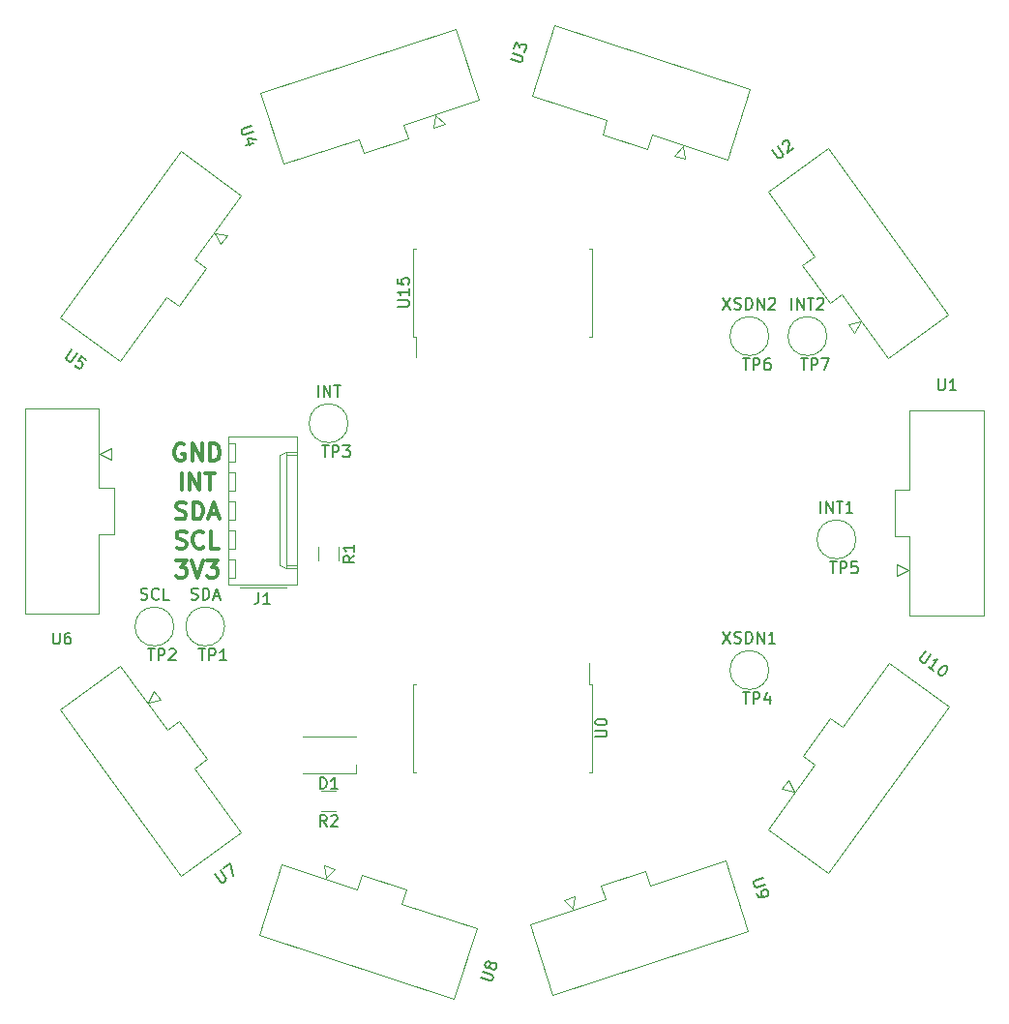
<source format=gbr>
G04 #@! TF.GenerationSoftware,KiCad,Pcbnew,5.1.6*
G04 #@! TF.CreationDate,2020-09-11T13:28:42+02:00*
G04 #@! TF.ProjectId,enigma-ToF,656e6967-6d61-42d5-946f-462e6b696361,rev?*
G04 #@! TF.SameCoordinates,Original*
G04 #@! TF.FileFunction,Legend,Top*
G04 #@! TF.FilePolarity,Positive*
%FSLAX46Y46*%
G04 Gerber Fmt 4.6, Leading zero omitted, Abs format (unit mm)*
G04 Created by KiCad (PCBNEW 5.1.6) date 2020-09-11 13:28:42*
%MOMM*%
%LPD*%
G01*
G04 APERTURE LIST*
%ADD10C,0.300000*%
%ADD11C,0.120000*%
%ADD12C,0.150000*%
G04 APERTURE END LIST*
D10*
X41955862Y-64093980D02*
X41813005Y-64022551D01*
X41598720Y-64022551D01*
X41384434Y-64093980D01*
X41241577Y-64236837D01*
X41170148Y-64379694D01*
X41098720Y-64665408D01*
X41098720Y-64879694D01*
X41170148Y-65165408D01*
X41241577Y-65308265D01*
X41384434Y-65451122D01*
X41598720Y-65522551D01*
X41741577Y-65522551D01*
X41955862Y-65451122D01*
X42027291Y-65379694D01*
X42027291Y-64879694D01*
X41741577Y-64879694D01*
X42670148Y-65522551D02*
X42670148Y-64022551D01*
X43527291Y-65522551D01*
X43527291Y-64022551D01*
X44241577Y-65522551D02*
X44241577Y-64022551D01*
X44598720Y-64022551D01*
X44813005Y-64093980D01*
X44955862Y-64236837D01*
X45027291Y-64379694D01*
X45098720Y-64665408D01*
X45098720Y-64879694D01*
X45027291Y-65165408D01*
X44955862Y-65308265D01*
X44813005Y-65451122D01*
X44598720Y-65522551D01*
X44241577Y-65522551D01*
X41741577Y-68072551D02*
X41741577Y-66572551D01*
X42455862Y-68072551D02*
X42455862Y-66572551D01*
X43313005Y-68072551D01*
X43313005Y-66572551D01*
X43813005Y-66572551D02*
X44670148Y-66572551D01*
X44241577Y-68072551D02*
X44241577Y-66572551D01*
X41277291Y-70551122D02*
X41491577Y-70622551D01*
X41848720Y-70622551D01*
X41991577Y-70551122D01*
X42063005Y-70479694D01*
X42134434Y-70336837D01*
X42134434Y-70193980D01*
X42063005Y-70051122D01*
X41991577Y-69979694D01*
X41848720Y-69908265D01*
X41563005Y-69836837D01*
X41420148Y-69765408D01*
X41348720Y-69693980D01*
X41277291Y-69551122D01*
X41277291Y-69408265D01*
X41348720Y-69265408D01*
X41420148Y-69193980D01*
X41563005Y-69122551D01*
X41920148Y-69122551D01*
X42134434Y-69193980D01*
X42777291Y-70622551D02*
X42777291Y-69122551D01*
X43134434Y-69122551D01*
X43348720Y-69193980D01*
X43491577Y-69336837D01*
X43563005Y-69479694D01*
X43634434Y-69765408D01*
X43634434Y-69979694D01*
X43563005Y-70265408D01*
X43491577Y-70408265D01*
X43348720Y-70551122D01*
X43134434Y-70622551D01*
X42777291Y-70622551D01*
X44205862Y-70193980D02*
X44920148Y-70193980D01*
X44063005Y-70622551D02*
X44563005Y-69122551D01*
X45063005Y-70622551D01*
X41313005Y-73101122D02*
X41527291Y-73172551D01*
X41884434Y-73172551D01*
X42027291Y-73101122D01*
X42098720Y-73029694D01*
X42170148Y-72886837D01*
X42170148Y-72743980D01*
X42098720Y-72601122D01*
X42027291Y-72529694D01*
X41884434Y-72458265D01*
X41598720Y-72386837D01*
X41455862Y-72315408D01*
X41384434Y-72243980D01*
X41313005Y-72101122D01*
X41313005Y-71958265D01*
X41384434Y-71815408D01*
X41455862Y-71743980D01*
X41598720Y-71672551D01*
X41955862Y-71672551D01*
X42170148Y-71743980D01*
X43670148Y-73029694D02*
X43598720Y-73101122D01*
X43384434Y-73172551D01*
X43241577Y-73172551D01*
X43027291Y-73101122D01*
X42884434Y-72958265D01*
X42813005Y-72815408D01*
X42741577Y-72529694D01*
X42741577Y-72315408D01*
X42813005Y-72029694D01*
X42884434Y-71886837D01*
X43027291Y-71743980D01*
X43241577Y-71672551D01*
X43384434Y-71672551D01*
X43598720Y-71743980D01*
X43670148Y-71815408D01*
X45027291Y-73172551D02*
X44313005Y-73172551D01*
X44313005Y-71672551D01*
X41241577Y-74222551D02*
X42170148Y-74222551D01*
X41670148Y-74793980D01*
X41884434Y-74793980D01*
X42027291Y-74865408D01*
X42098720Y-74936837D01*
X42170148Y-75079694D01*
X42170148Y-75436837D01*
X42098720Y-75579694D01*
X42027291Y-75651122D01*
X41884434Y-75722551D01*
X41455862Y-75722551D01*
X41313005Y-75651122D01*
X41241577Y-75579694D01*
X42598720Y-74222551D02*
X43098720Y-75722551D01*
X43598720Y-74222551D01*
X43955862Y-74222551D02*
X44884434Y-74222551D01*
X44384434Y-74793980D01*
X44598720Y-74793980D01*
X44741577Y-74865408D01*
X44813005Y-74936837D01*
X44884434Y-75079694D01*
X44884434Y-75436837D01*
X44813005Y-75579694D01*
X44741577Y-75651122D01*
X44598720Y-75722551D01*
X44170148Y-75722551D01*
X44027291Y-75651122D01*
X43955862Y-75579694D01*
D11*
X52360000Y-89657120D02*
X57010000Y-89657120D01*
X52360000Y-92857120D02*
X57010000Y-92857120D01*
X57010000Y-92857120D02*
X57010000Y-92057120D01*
X55212064Y-96160000D02*
X54007936Y-96160000D01*
X55212064Y-94340000D02*
X54007936Y-94340000D01*
X98220000Y-54610000D02*
G75*
G03*
X98220000Y-54610000I-1700000J0D01*
G01*
X93140000Y-54610000D02*
G75*
G03*
X93140000Y-54610000I-1700000J0D01*
G01*
X100760000Y-72390000D02*
G75*
G03*
X100760000Y-72390000I-1700000J0D01*
G01*
X93140000Y-83820000D02*
G75*
G03*
X93140000Y-83820000I-1700000J0D01*
G01*
X56310000Y-62230000D02*
G75*
G03*
X56310000Y-62230000I-1700000J0D01*
G01*
X41070000Y-80010000D02*
G75*
G03*
X41070000Y-80010000I-1700000J0D01*
G01*
X45515000Y-80010000D02*
G75*
G03*
X45515000Y-80010000I-1700000J0D01*
G01*
X62040000Y-88900000D02*
X62040000Y-92760000D01*
X62040000Y-92760000D02*
X62305000Y-92760000D01*
X62040000Y-88900000D02*
X62040000Y-85040000D01*
X62040000Y-85040000D02*
X62305000Y-85040000D01*
X77660000Y-88900000D02*
X77660000Y-92760000D01*
X77660000Y-92760000D02*
X77395000Y-92760000D01*
X77660000Y-88900000D02*
X77660000Y-85040000D01*
X77660000Y-85040000D02*
X77395000Y-85040000D01*
X77395000Y-85040000D02*
X77395000Y-83225000D01*
X94246312Y-94239866D02*
X95349222Y-94423143D01*
X94834097Y-93430849D02*
X94246312Y-94239866D01*
X95349222Y-94423143D02*
X94834097Y-93430849D01*
X97152334Y-92111502D02*
X96092522Y-91341503D01*
X97152334Y-92111502D02*
X97152334Y-92111502D01*
X93073105Y-97726080D02*
X97152334Y-92111502D01*
X98331715Y-101546684D02*
X93073105Y-97726080D01*
X108900094Y-87000558D02*
X98331715Y-101546684D01*
X103641484Y-83179954D02*
X108900094Y-87000558D01*
X99562254Y-88794532D02*
X103641484Y-83179954D01*
X98502442Y-88024533D02*
X99562254Y-88794532D01*
X98502442Y-88024533D02*
X96092522Y-91341503D01*
X77660000Y-50800000D02*
X77660000Y-46940000D01*
X77660000Y-46940000D02*
X77395000Y-46940000D01*
X77660000Y-50800000D02*
X77660000Y-54660000D01*
X77660000Y-54660000D02*
X77395000Y-54660000D01*
X62040000Y-50800000D02*
X62040000Y-46940000D01*
X62040000Y-46940000D02*
X62305000Y-46940000D01*
X62040000Y-50800000D02*
X62040000Y-54660000D01*
X62040000Y-54660000D02*
X62305000Y-54660000D01*
X62305000Y-54660000D02*
X62305000Y-56475000D01*
X75220168Y-103918282D02*
X76004713Y-104714830D01*
X76171224Y-103609265D02*
X75220168Y-103918282D01*
X76004713Y-104714830D02*
X76171224Y-103609265D01*
X78822210Y-103904516D02*
X78417398Y-102658632D01*
X78822210Y-103904516D02*
X78822210Y-103904516D01*
X72221878Y-106049094D02*
X78822210Y-103904516D01*
X74230488Y-112230961D02*
X72221878Y-106049094D01*
X91330485Y-106674835D02*
X74230488Y-112230961D01*
X89321874Y-100492968D02*
X91330485Y-106674835D01*
X82721542Y-102637546D02*
X89321874Y-100492968D01*
X82316730Y-101391662D02*
X82721542Y-102637546D01*
X82316730Y-101391662D02*
X78417398Y-102658632D01*
X54193519Y-100891843D02*
X54360030Y-101997408D01*
X55144575Y-101200860D02*
X54193519Y-100891843D01*
X54360030Y-101997408D02*
X55144575Y-101200860D01*
X57115724Y-102997933D02*
X57520536Y-101752049D01*
X57115724Y-102997933D02*
X57115724Y-102997933D01*
X50515392Y-100853355D02*
X57115724Y-102997933D01*
X48506781Y-107035223D02*
X50515392Y-100853355D01*
X65606777Y-112591348D02*
X48506781Y-107035223D01*
X67615388Y-106409481D02*
X65606777Y-112591348D01*
X61015056Y-104264903D02*
X67615388Y-106409481D01*
X61419868Y-103019019D02*
X61015056Y-104264903D01*
X61419868Y-103019019D02*
X57520536Y-101752049D01*
X39339663Y-85653427D02*
X38824539Y-86645721D01*
X39927448Y-86462444D02*
X39339663Y-85653427D01*
X38824539Y-86645721D02*
X39927448Y-86462444D01*
X40465848Y-89074919D02*
X41525660Y-88304921D01*
X40465848Y-89074919D02*
X40465848Y-89074919D01*
X36386618Y-83460342D02*
X40465848Y-89074919D01*
X31128008Y-87280946D02*
X36386618Y-83460342D01*
X41696387Y-101827071D02*
X31128008Y-87280946D01*
X46954997Y-98006467D02*
X41696387Y-101827071D01*
X42875768Y-92391889D02*
X46954997Y-98006467D01*
X43935580Y-91621890D02*
X42875768Y-92391889D01*
X43935580Y-91621890D02*
X41525660Y-88304921D01*
X35620000Y-64440000D02*
X34620000Y-64940000D01*
X35620000Y-65440000D02*
X35620000Y-64440000D01*
X34620000Y-64940000D02*
X35620000Y-65440000D01*
X34520000Y-67870000D02*
X35830000Y-67870000D01*
X34520000Y-67870000D02*
X34520000Y-67870000D01*
X34520000Y-60930000D02*
X34520000Y-67870000D01*
X28020000Y-60930000D02*
X34520000Y-60930000D01*
X28020000Y-78910000D02*
X28020000Y-60930000D01*
X34520000Y-78910000D02*
X28020000Y-78910000D01*
X34520000Y-71970000D02*
X34520000Y-78910000D01*
X35830000Y-71970000D02*
X34520000Y-71970000D01*
X35830000Y-71970000D02*
X35830000Y-67870000D01*
X45753688Y-45760134D02*
X44650778Y-45576857D01*
X45165903Y-46569151D02*
X45753688Y-45760134D01*
X44650778Y-45576857D02*
X45165903Y-46569151D01*
X42847666Y-47888498D02*
X43907478Y-48658497D01*
X42847666Y-47888498D02*
X42847666Y-47888498D01*
X46926895Y-42273920D02*
X42847666Y-47888498D01*
X41668285Y-38453316D02*
X46926895Y-42273920D01*
X31099906Y-52999442D02*
X41668285Y-38453316D01*
X36358516Y-56820046D02*
X31099906Y-52999442D01*
X40437746Y-51205468D02*
X36358516Y-56820046D01*
X41497558Y-51975467D02*
X40437746Y-51205468D01*
X41497558Y-51975467D02*
X43907478Y-48658497D01*
X64779832Y-36081718D02*
X63995287Y-35285170D01*
X63828776Y-36390735D02*
X64779832Y-36081718D01*
X63995287Y-35285170D02*
X63828776Y-36390735D01*
X61177790Y-36095484D02*
X61582602Y-37341368D01*
X61177790Y-36095484D02*
X61177790Y-36095484D01*
X67778122Y-33950906D02*
X61177790Y-36095484D01*
X65769512Y-27769039D02*
X67778122Y-33950906D01*
X48669515Y-33325165D02*
X65769512Y-27769039D01*
X50678126Y-39507032D02*
X48669515Y-33325165D01*
X57278458Y-37362454D02*
X50678126Y-39507032D01*
X57683270Y-38608338D02*
X57278458Y-37362454D01*
X57683270Y-38608338D02*
X61582602Y-37341368D01*
X85806481Y-39108157D02*
X85639970Y-38002592D01*
X84855425Y-38799140D02*
X85806481Y-39108157D01*
X85639970Y-38002592D02*
X84855425Y-38799140D01*
X82884276Y-37002067D02*
X82479464Y-38247951D01*
X82884276Y-37002067D02*
X82884276Y-37002067D01*
X89484608Y-39146645D02*
X82884276Y-37002067D01*
X91493219Y-32964777D02*
X89484608Y-39146645D01*
X74393223Y-27408652D02*
X91493219Y-32964777D01*
X72384612Y-33590519D02*
X74393223Y-27408652D01*
X78984944Y-35735097D02*
X72384612Y-33590519D01*
X78580132Y-36980981D02*
X78984944Y-35735097D01*
X78580132Y-36980981D02*
X82479464Y-38247951D01*
X100660337Y-54346573D02*
X101175461Y-53354279D01*
X100072552Y-53537556D02*
X100660337Y-54346573D01*
X101175461Y-53354279D02*
X100072552Y-53537556D01*
X99534152Y-50925081D02*
X98474340Y-51695079D01*
X99534152Y-50925081D02*
X99534152Y-50925081D01*
X103613382Y-56539658D02*
X99534152Y-50925081D01*
X108871992Y-52719054D02*
X103613382Y-56539658D01*
X98303613Y-38172929D02*
X108871992Y-52719054D01*
X93045003Y-41993533D02*
X98303613Y-38172929D01*
X97124232Y-47608111D02*
X93045003Y-41993533D01*
X96064420Y-48378110D02*
X97124232Y-47608111D01*
X96064420Y-48378110D02*
X98474340Y-51695079D01*
X104380000Y-75560000D02*
X105380000Y-75060000D01*
X104380000Y-74560000D02*
X104380000Y-75560000D01*
X105380000Y-75060000D02*
X104380000Y-74560000D01*
X105480000Y-72130000D02*
X104170000Y-72130000D01*
X105480000Y-72130000D02*
X105480000Y-72130000D01*
X105480000Y-79070000D02*
X105480000Y-72130000D01*
X111980000Y-79070000D02*
X105480000Y-79070000D01*
X111980000Y-61090000D02*
X111980000Y-79070000D01*
X105480000Y-61090000D02*
X111980000Y-61090000D01*
X105480000Y-68030000D02*
X105480000Y-61090000D01*
X104170000Y-68030000D02*
X105480000Y-68030000D01*
X104170000Y-68030000D02*
X104170000Y-72130000D01*
X55520000Y-73057936D02*
X55520000Y-74262064D01*
X53700000Y-73057936D02*
X53700000Y-74262064D01*
X45865000Y-76310000D02*
X51885000Y-76310000D01*
X51885000Y-76310000D02*
X51885000Y-63390000D01*
X51885000Y-63390000D02*
X45865000Y-63390000D01*
X45865000Y-63390000D02*
X45865000Y-76310000D01*
X46895000Y-76600000D02*
X50895000Y-76600000D01*
X51885000Y-74930000D02*
X50885000Y-74930000D01*
X50885000Y-74930000D02*
X50885000Y-64770000D01*
X50885000Y-64770000D02*
X51885000Y-64770000D01*
X50885000Y-74930000D02*
X50355000Y-74680000D01*
X50355000Y-74680000D02*
X50355000Y-65020000D01*
X50355000Y-65020000D02*
X50885000Y-64770000D01*
X51885000Y-74680000D02*
X50885000Y-74680000D01*
X51885000Y-65020000D02*
X50885000Y-65020000D01*
X45865000Y-75730000D02*
X46465000Y-75730000D01*
X46465000Y-75730000D02*
X46465000Y-74130000D01*
X46465000Y-74130000D02*
X45865000Y-74130000D01*
X45865000Y-73190000D02*
X46465000Y-73190000D01*
X46465000Y-73190000D02*
X46465000Y-71590000D01*
X46465000Y-71590000D02*
X45865000Y-71590000D01*
X45865000Y-70650000D02*
X46465000Y-70650000D01*
X46465000Y-70650000D02*
X46465000Y-69050000D01*
X46465000Y-69050000D02*
X45865000Y-69050000D01*
X45865000Y-68110000D02*
X46465000Y-68110000D01*
X46465000Y-68110000D02*
X46465000Y-66510000D01*
X46465000Y-66510000D02*
X45865000Y-66510000D01*
X45865000Y-65570000D02*
X46465000Y-65570000D01*
X46465000Y-65570000D02*
X46465000Y-63970000D01*
X46465000Y-63970000D02*
X45865000Y-63970000D01*
D12*
X53871904Y-94209500D02*
X53871904Y-93209500D01*
X54110000Y-93209500D01*
X54252857Y-93257120D01*
X54348095Y-93352358D01*
X54395714Y-93447596D01*
X54443333Y-93638072D01*
X54443333Y-93780929D01*
X54395714Y-93971405D01*
X54348095Y-94066643D01*
X54252857Y-94161881D01*
X54110000Y-94209500D01*
X53871904Y-94209500D01*
X55395714Y-94209500D02*
X54824285Y-94209500D01*
X55110000Y-94209500D02*
X55110000Y-93209500D01*
X55014761Y-93352358D01*
X54919523Y-93447596D01*
X54824285Y-93495215D01*
X54443333Y-97522380D02*
X54110000Y-97046190D01*
X53871904Y-97522380D02*
X53871904Y-96522380D01*
X54252857Y-96522380D01*
X54348095Y-96570000D01*
X54395714Y-96617619D01*
X54443333Y-96712857D01*
X54443333Y-96855714D01*
X54395714Y-96950952D01*
X54348095Y-96998571D01*
X54252857Y-97046190D01*
X53871904Y-97046190D01*
X54824285Y-96617619D02*
X54871904Y-96570000D01*
X54967142Y-96522380D01*
X55205238Y-96522380D01*
X55300476Y-96570000D01*
X55348095Y-96617619D01*
X55395714Y-96712857D01*
X55395714Y-96808095D01*
X55348095Y-96950952D01*
X54776666Y-97522380D01*
X55395714Y-97522380D01*
X95958095Y-56562380D02*
X96529523Y-56562380D01*
X96243809Y-57562380D02*
X96243809Y-56562380D01*
X96862857Y-57562380D02*
X96862857Y-56562380D01*
X97243809Y-56562380D01*
X97339047Y-56610000D01*
X97386666Y-56657619D01*
X97434285Y-56752857D01*
X97434285Y-56895714D01*
X97386666Y-56990952D01*
X97339047Y-57038571D01*
X97243809Y-57086190D01*
X96862857Y-57086190D01*
X97767619Y-56562380D02*
X98434285Y-56562380D01*
X98005714Y-57562380D01*
X95139047Y-52262380D02*
X95139047Y-51262380D01*
X95615238Y-52262380D02*
X95615238Y-51262380D01*
X96186666Y-52262380D01*
X96186666Y-51262380D01*
X96520000Y-51262380D02*
X97091428Y-51262380D01*
X96805714Y-52262380D02*
X96805714Y-51262380D01*
X97377142Y-51357619D02*
X97424761Y-51310000D01*
X97520000Y-51262380D01*
X97758095Y-51262380D01*
X97853333Y-51310000D01*
X97900952Y-51357619D01*
X97948571Y-51452857D01*
X97948571Y-51548095D01*
X97900952Y-51690952D01*
X97329523Y-52262380D01*
X97948571Y-52262380D01*
X90878095Y-56562380D02*
X91449523Y-56562380D01*
X91163809Y-57562380D02*
X91163809Y-56562380D01*
X91782857Y-57562380D02*
X91782857Y-56562380D01*
X92163809Y-56562380D01*
X92259047Y-56610000D01*
X92306666Y-56657619D01*
X92354285Y-56752857D01*
X92354285Y-56895714D01*
X92306666Y-56990952D01*
X92259047Y-57038571D01*
X92163809Y-57086190D01*
X91782857Y-57086190D01*
X93211428Y-56562380D02*
X93020952Y-56562380D01*
X92925714Y-56610000D01*
X92878095Y-56657619D01*
X92782857Y-56800476D01*
X92735238Y-56990952D01*
X92735238Y-57371904D01*
X92782857Y-57467142D01*
X92830476Y-57514761D01*
X92925714Y-57562380D01*
X93116190Y-57562380D01*
X93211428Y-57514761D01*
X93259047Y-57467142D01*
X93306666Y-57371904D01*
X93306666Y-57133809D01*
X93259047Y-57038571D01*
X93211428Y-56990952D01*
X93116190Y-56943333D01*
X92925714Y-56943333D01*
X92830476Y-56990952D01*
X92782857Y-57038571D01*
X92735238Y-57133809D01*
X89130476Y-51262380D02*
X89797142Y-52262380D01*
X89797142Y-51262380D02*
X89130476Y-52262380D01*
X90130476Y-52214761D02*
X90273333Y-52262380D01*
X90511428Y-52262380D01*
X90606666Y-52214761D01*
X90654285Y-52167142D01*
X90701904Y-52071904D01*
X90701904Y-51976666D01*
X90654285Y-51881428D01*
X90606666Y-51833809D01*
X90511428Y-51786190D01*
X90320952Y-51738571D01*
X90225714Y-51690952D01*
X90178095Y-51643333D01*
X90130476Y-51548095D01*
X90130476Y-51452857D01*
X90178095Y-51357619D01*
X90225714Y-51310000D01*
X90320952Y-51262380D01*
X90559047Y-51262380D01*
X90701904Y-51310000D01*
X91130476Y-52262380D02*
X91130476Y-51262380D01*
X91368571Y-51262380D01*
X91511428Y-51310000D01*
X91606666Y-51405238D01*
X91654285Y-51500476D01*
X91701904Y-51690952D01*
X91701904Y-51833809D01*
X91654285Y-52024285D01*
X91606666Y-52119523D01*
X91511428Y-52214761D01*
X91368571Y-52262380D01*
X91130476Y-52262380D01*
X92130476Y-52262380D02*
X92130476Y-51262380D01*
X92701904Y-52262380D01*
X92701904Y-51262380D01*
X93130476Y-51357619D02*
X93178095Y-51310000D01*
X93273333Y-51262380D01*
X93511428Y-51262380D01*
X93606666Y-51310000D01*
X93654285Y-51357619D01*
X93701904Y-51452857D01*
X93701904Y-51548095D01*
X93654285Y-51690952D01*
X93082857Y-52262380D01*
X93701904Y-52262380D01*
X98498095Y-74342380D02*
X99069523Y-74342380D01*
X98783809Y-75342380D02*
X98783809Y-74342380D01*
X99402857Y-75342380D02*
X99402857Y-74342380D01*
X99783809Y-74342380D01*
X99879047Y-74390000D01*
X99926666Y-74437619D01*
X99974285Y-74532857D01*
X99974285Y-74675714D01*
X99926666Y-74770952D01*
X99879047Y-74818571D01*
X99783809Y-74866190D01*
X99402857Y-74866190D01*
X100879047Y-74342380D02*
X100402857Y-74342380D01*
X100355238Y-74818571D01*
X100402857Y-74770952D01*
X100498095Y-74723333D01*
X100736190Y-74723333D01*
X100831428Y-74770952D01*
X100879047Y-74818571D01*
X100926666Y-74913809D01*
X100926666Y-75151904D01*
X100879047Y-75247142D01*
X100831428Y-75294761D01*
X100736190Y-75342380D01*
X100498095Y-75342380D01*
X100402857Y-75294761D01*
X100355238Y-75247142D01*
X97679047Y-70042380D02*
X97679047Y-69042380D01*
X98155238Y-70042380D02*
X98155238Y-69042380D01*
X98726666Y-70042380D01*
X98726666Y-69042380D01*
X99060000Y-69042380D02*
X99631428Y-69042380D01*
X99345714Y-70042380D02*
X99345714Y-69042380D01*
X100488571Y-70042380D02*
X99917142Y-70042380D01*
X100202857Y-70042380D02*
X100202857Y-69042380D01*
X100107619Y-69185238D01*
X100012380Y-69280476D01*
X99917142Y-69328095D01*
X90878095Y-85772380D02*
X91449523Y-85772380D01*
X91163809Y-86772380D02*
X91163809Y-85772380D01*
X91782857Y-86772380D02*
X91782857Y-85772380D01*
X92163809Y-85772380D01*
X92259047Y-85820000D01*
X92306666Y-85867619D01*
X92354285Y-85962857D01*
X92354285Y-86105714D01*
X92306666Y-86200952D01*
X92259047Y-86248571D01*
X92163809Y-86296190D01*
X91782857Y-86296190D01*
X93211428Y-86105714D02*
X93211428Y-86772380D01*
X92973333Y-85724761D02*
X92735238Y-86439047D01*
X93354285Y-86439047D01*
X89130476Y-80472380D02*
X89797142Y-81472380D01*
X89797142Y-80472380D02*
X89130476Y-81472380D01*
X90130476Y-81424761D02*
X90273333Y-81472380D01*
X90511428Y-81472380D01*
X90606666Y-81424761D01*
X90654285Y-81377142D01*
X90701904Y-81281904D01*
X90701904Y-81186666D01*
X90654285Y-81091428D01*
X90606666Y-81043809D01*
X90511428Y-80996190D01*
X90320952Y-80948571D01*
X90225714Y-80900952D01*
X90178095Y-80853333D01*
X90130476Y-80758095D01*
X90130476Y-80662857D01*
X90178095Y-80567619D01*
X90225714Y-80520000D01*
X90320952Y-80472380D01*
X90559047Y-80472380D01*
X90701904Y-80520000D01*
X91130476Y-81472380D02*
X91130476Y-80472380D01*
X91368571Y-80472380D01*
X91511428Y-80520000D01*
X91606666Y-80615238D01*
X91654285Y-80710476D01*
X91701904Y-80900952D01*
X91701904Y-81043809D01*
X91654285Y-81234285D01*
X91606666Y-81329523D01*
X91511428Y-81424761D01*
X91368571Y-81472380D01*
X91130476Y-81472380D01*
X92130476Y-81472380D02*
X92130476Y-80472380D01*
X92701904Y-81472380D01*
X92701904Y-80472380D01*
X93701904Y-81472380D02*
X93130476Y-81472380D01*
X93416190Y-81472380D02*
X93416190Y-80472380D01*
X93320952Y-80615238D01*
X93225714Y-80710476D01*
X93130476Y-80758095D01*
X54048095Y-64182380D02*
X54619523Y-64182380D01*
X54333809Y-65182380D02*
X54333809Y-64182380D01*
X54952857Y-65182380D02*
X54952857Y-64182380D01*
X55333809Y-64182380D01*
X55429047Y-64230000D01*
X55476666Y-64277619D01*
X55524285Y-64372857D01*
X55524285Y-64515714D01*
X55476666Y-64610952D01*
X55429047Y-64658571D01*
X55333809Y-64706190D01*
X54952857Y-64706190D01*
X55857619Y-64182380D02*
X56476666Y-64182380D01*
X56143333Y-64563333D01*
X56286190Y-64563333D01*
X56381428Y-64610952D01*
X56429047Y-64658571D01*
X56476666Y-64753809D01*
X56476666Y-64991904D01*
X56429047Y-65087142D01*
X56381428Y-65134761D01*
X56286190Y-65182380D01*
X56000476Y-65182380D01*
X55905238Y-65134761D01*
X55857619Y-65087142D01*
X53705238Y-59882380D02*
X53705238Y-58882380D01*
X54181428Y-59882380D02*
X54181428Y-58882380D01*
X54752857Y-59882380D01*
X54752857Y-58882380D01*
X55086190Y-58882380D02*
X55657619Y-58882380D01*
X55371904Y-59882380D02*
X55371904Y-58882380D01*
X38808095Y-81962380D02*
X39379523Y-81962380D01*
X39093809Y-82962380D02*
X39093809Y-81962380D01*
X39712857Y-82962380D02*
X39712857Y-81962380D01*
X40093809Y-81962380D01*
X40189047Y-82010000D01*
X40236666Y-82057619D01*
X40284285Y-82152857D01*
X40284285Y-82295714D01*
X40236666Y-82390952D01*
X40189047Y-82438571D01*
X40093809Y-82486190D01*
X39712857Y-82486190D01*
X40665238Y-82057619D02*
X40712857Y-82010000D01*
X40808095Y-81962380D01*
X41046190Y-81962380D01*
X41141428Y-82010000D01*
X41189047Y-82057619D01*
X41236666Y-82152857D01*
X41236666Y-82248095D01*
X41189047Y-82390952D01*
X40617619Y-82962380D01*
X41236666Y-82962380D01*
X38179523Y-77614761D02*
X38322380Y-77662380D01*
X38560476Y-77662380D01*
X38655714Y-77614761D01*
X38703333Y-77567142D01*
X38750952Y-77471904D01*
X38750952Y-77376666D01*
X38703333Y-77281428D01*
X38655714Y-77233809D01*
X38560476Y-77186190D01*
X38370000Y-77138571D01*
X38274761Y-77090952D01*
X38227142Y-77043333D01*
X38179523Y-76948095D01*
X38179523Y-76852857D01*
X38227142Y-76757619D01*
X38274761Y-76710000D01*
X38370000Y-76662380D01*
X38608095Y-76662380D01*
X38750952Y-76710000D01*
X39750952Y-77567142D02*
X39703333Y-77614761D01*
X39560476Y-77662380D01*
X39465238Y-77662380D01*
X39322380Y-77614761D01*
X39227142Y-77519523D01*
X39179523Y-77424285D01*
X39131904Y-77233809D01*
X39131904Y-77090952D01*
X39179523Y-76900476D01*
X39227142Y-76805238D01*
X39322380Y-76710000D01*
X39465238Y-76662380D01*
X39560476Y-76662380D01*
X39703333Y-76710000D01*
X39750952Y-76757619D01*
X40655714Y-77662380D02*
X40179523Y-77662380D01*
X40179523Y-76662380D01*
X43253095Y-81962380D02*
X43824523Y-81962380D01*
X43538809Y-82962380D02*
X43538809Y-81962380D01*
X44157857Y-82962380D02*
X44157857Y-81962380D01*
X44538809Y-81962380D01*
X44634047Y-82010000D01*
X44681666Y-82057619D01*
X44729285Y-82152857D01*
X44729285Y-82295714D01*
X44681666Y-82390952D01*
X44634047Y-82438571D01*
X44538809Y-82486190D01*
X44157857Y-82486190D01*
X45681666Y-82962380D02*
X45110238Y-82962380D01*
X45395952Y-82962380D02*
X45395952Y-81962380D01*
X45300714Y-82105238D01*
X45205476Y-82200476D01*
X45110238Y-82248095D01*
X42600714Y-77614761D02*
X42743571Y-77662380D01*
X42981666Y-77662380D01*
X43076904Y-77614761D01*
X43124523Y-77567142D01*
X43172142Y-77471904D01*
X43172142Y-77376666D01*
X43124523Y-77281428D01*
X43076904Y-77233809D01*
X42981666Y-77186190D01*
X42791190Y-77138571D01*
X42695952Y-77090952D01*
X42648333Y-77043333D01*
X42600714Y-76948095D01*
X42600714Y-76852857D01*
X42648333Y-76757619D01*
X42695952Y-76710000D01*
X42791190Y-76662380D01*
X43029285Y-76662380D01*
X43172142Y-76710000D01*
X43600714Y-77662380D02*
X43600714Y-76662380D01*
X43838809Y-76662380D01*
X43981666Y-76710000D01*
X44076904Y-76805238D01*
X44124523Y-76900476D01*
X44172142Y-77090952D01*
X44172142Y-77233809D01*
X44124523Y-77424285D01*
X44076904Y-77519523D01*
X43981666Y-77614761D01*
X43838809Y-77662380D01*
X43600714Y-77662380D01*
X44553095Y-77376666D02*
X45029285Y-77376666D01*
X44457857Y-77662380D02*
X44791190Y-76662380D01*
X45124523Y-77662380D01*
X77952380Y-89661904D02*
X78761904Y-89661904D01*
X78857142Y-89614285D01*
X78904761Y-89566666D01*
X78952380Y-89471428D01*
X78952380Y-89280952D01*
X78904761Y-89185714D01*
X78857142Y-89138095D01*
X78761904Y-89090476D01*
X77952380Y-89090476D01*
X77952380Y-88423809D02*
X77952380Y-88328571D01*
X78000000Y-88233333D01*
X78047619Y-88185714D01*
X78142857Y-88138095D01*
X78333333Y-88090476D01*
X78571428Y-88090476D01*
X78761904Y-88138095D01*
X78857142Y-88185714D01*
X78904761Y-88233333D01*
X78952380Y-88328571D01*
X78952380Y-88423809D01*
X78904761Y-88519047D01*
X78857142Y-88566666D01*
X78761904Y-88614285D01*
X78571428Y-88661904D01*
X78333333Y-88661904D01*
X78142857Y-88614285D01*
X78047619Y-88566666D01*
X78000000Y-88519047D01*
X77952380Y-88423809D01*
X106878280Y-82147741D02*
X106402454Y-82802660D01*
X106384999Y-82907699D01*
X106395534Y-82974213D01*
X106444593Y-83068717D01*
X106598692Y-83180676D01*
X106703731Y-83198131D01*
X106770245Y-83187597D01*
X106864749Y-83138537D01*
X107340575Y-82483619D01*
X107561807Y-83880421D02*
X107099512Y-83544544D01*
X107330659Y-83712482D02*
X107918445Y-82903465D01*
X107757426Y-82963059D01*
X107624397Y-82984129D01*
X107519358Y-82966674D01*
X108650412Y-83435271D02*
X108727462Y-83491250D01*
X108776521Y-83585755D01*
X108787056Y-83652269D01*
X108769601Y-83757308D01*
X108696166Y-83939396D01*
X108556218Y-84132019D01*
X108405734Y-84258128D01*
X108311230Y-84307187D01*
X108244715Y-84317722D01*
X108139676Y-84300267D01*
X108062627Y-84244288D01*
X108013568Y-84149784D01*
X108003033Y-84083269D01*
X108020488Y-83978230D01*
X108093922Y-83796142D01*
X108233871Y-83603519D01*
X108384355Y-83477410D01*
X108478859Y-83428351D01*
X108545373Y-83417816D01*
X108650412Y-83435271D01*
X60652380Y-52038095D02*
X61461904Y-52038095D01*
X61557142Y-51990476D01*
X61604761Y-51942857D01*
X61652380Y-51847619D01*
X61652380Y-51657142D01*
X61604761Y-51561904D01*
X61557142Y-51514285D01*
X61461904Y-51466666D01*
X60652380Y-51466666D01*
X61652380Y-50466666D02*
X61652380Y-51038095D01*
X61652380Y-50752380D02*
X60652380Y-50752380D01*
X60795238Y-50847619D01*
X60890476Y-50942857D01*
X60938095Y-51038095D01*
X60652380Y-49561904D02*
X60652380Y-50038095D01*
X61128571Y-50085714D01*
X61080952Y-50038095D01*
X61033333Y-49942857D01*
X61033333Y-49704761D01*
X61080952Y-49609523D01*
X61128571Y-49561904D01*
X61223809Y-49514285D01*
X61461904Y-49514285D01*
X61557142Y-49561904D01*
X61604761Y-49609523D01*
X61652380Y-49704761D01*
X61652380Y-49942857D01*
X61604761Y-50038095D01*
X61557142Y-50085714D01*
X92694368Y-102013316D02*
X91924465Y-102263473D01*
X91848603Y-102338192D01*
X91818030Y-102398195D01*
X91802172Y-102503487D01*
X91861032Y-102684641D01*
X91935750Y-102760502D01*
X91995754Y-102791076D01*
X92101046Y-102806934D01*
X92870949Y-102556777D01*
X92081758Y-103363967D02*
X92140619Y-103545120D01*
X92215337Y-103620982D01*
X92275341Y-103651555D01*
X92440636Y-103697987D01*
X92636505Y-103684415D01*
X92998812Y-103566694D01*
X93074674Y-103491976D01*
X93105247Y-103431972D01*
X93121105Y-103326680D01*
X93062245Y-103145527D01*
X92987526Y-103069665D01*
X92927523Y-103039092D01*
X92822231Y-103023233D01*
X92595789Y-103096809D01*
X92519927Y-103171527D01*
X92489354Y-103231531D01*
X92473496Y-103336823D01*
X92532356Y-103517976D01*
X92607075Y-103593838D01*
X92667078Y-103624411D01*
X92772370Y-103640270D01*
X67937637Y-110732552D02*
X68707540Y-110982709D01*
X68812832Y-110966851D01*
X68872836Y-110936277D01*
X68947554Y-110860416D01*
X69006415Y-110679262D01*
X68990556Y-110573970D01*
X68959983Y-110513967D01*
X68884121Y-110439248D01*
X68114218Y-110189092D01*
X68713110Y-109732778D02*
X68638392Y-109808640D01*
X68578388Y-109839213D01*
X68473096Y-109855071D01*
X68427808Y-109840356D01*
X68351946Y-109765638D01*
X68321373Y-109705634D01*
X68305515Y-109600342D01*
X68364375Y-109419189D01*
X68439094Y-109343327D01*
X68499097Y-109312754D01*
X68604389Y-109296895D01*
X68649677Y-109311610D01*
X68725539Y-109386329D01*
X68756113Y-109446333D01*
X68771971Y-109551624D01*
X68713110Y-109732778D01*
X68728969Y-109838070D01*
X68759542Y-109898074D01*
X68835404Y-109972792D01*
X69016557Y-110031652D01*
X69121849Y-110015794D01*
X69181853Y-109985221D01*
X69256571Y-109909359D01*
X69315432Y-109728206D01*
X69299573Y-109622914D01*
X69269000Y-109562910D01*
X69193138Y-109488192D01*
X69011985Y-109429331D01*
X68906693Y-109445189D01*
X68846689Y-109475763D01*
X68771971Y-109551624D01*
X44674665Y-101693319D02*
X45150491Y-102348237D01*
X45244996Y-102397297D01*
X45311510Y-102407832D01*
X45416549Y-102390377D01*
X45570647Y-102278418D01*
X45619707Y-102183913D01*
X45630242Y-102117399D01*
X45612787Y-102012360D01*
X45136961Y-101357441D01*
X45445158Y-101133523D02*
X45984502Y-100741666D01*
X46225566Y-101802591D01*
X30508095Y-80552380D02*
X30508095Y-81361904D01*
X30555714Y-81457142D01*
X30603333Y-81504761D01*
X30698571Y-81552380D01*
X30889047Y-81552380D01*
X30984285Y-81504761D01*
X31031904Y-81457142D01*
X31079523Y-81361904D01*
X31079523Y-80552380D01*
X31984285Y-80552380D02*
X31793809Y-80552380D01*
X31698571Y-80600000D01*
X31650952Y-80647619D01*
X31555714Y-80790476D01*
X31508095Y-80980952D01*
X31508095Y-81361904D01*
X31555714Y-81457142D01*
X31603333Y-81504761D01*
X31698571Y-81552380D01*
X31889047Y-81552380D01*
X31984285Y-81504761D01*
X32031904Y-81457142D01*
X32079523Y-81361904D01*
X32079523Y-81123809D01*
X32031904Y-81028571D01*
X31984285Y-80980952D01*
X31889047Y-80933333D01*
X31698571Y-80933333D01*
X31603333Y-80980952D01*
X31555714Y-81028571D01*
X31508095Y-81123809D01*
X32147450Y-55790621D02*
X31671624Y-56445540D01*
X31654169Y-56550579D01*
X31664704Y-56617093D01*
X31713763Y-56711597D01*
X31867862Y-56823556D01*
X31972901Y-56841011D01*
X32039415Y-56830476D01*
X32133919Y-56781417D01*
X32609745Y-56126498D01*
X33380238Y-56686294D02*
X32994992Y-56406396D01*
X32676569Y-56763652D01*
X32743084Y-56753118D01*
X32848123Y-56770573D01*
X33040746Y-56910521D01*
X33089805Y-57005026D01*
X33100340Y-57071540D01*
X33082885Y-57176579D01*
X32942936Y-57369202D01*
X32848432Y-57418262D01*
X32781918Y-57428796D01*
X32676879Y-57411341D01*
X32484256Y-57271393D01*
X32435196Y-57176888D01*
X32424661Y-57110374D01*
X47876382Y-36199006D02*
X47106479Y-36449163D01*
X47030617Y-36523882D01*
X47000044Y-36583885D01*
X46984186Y-36689177D01*
X47043046Y-36870331D01*
X47117764Y-36946192D01*
X47177768Y-36976766D01*
X47283060Y-36992624D01*
X48052963Y-36742467D01*
X48015531Y-37705953D02*
X47381493Y-37911964D01*
X48304263Y-37361790D02*
X47551361Y-37356074D01*
X47742657Y-37944824D01*
X70549844Y-30378229D02*
X71319747Y-30628386D01*
X71425039Y-30612528D01*
X71485043Y-30581954D01*
X71559761Y-30506093D01*
X71618622Y-30324939D01*
X71602763Y-30219647D01*
X71572190Y-30159644D01*
X71496328Y-30084925D01*
X70726425Y-29834769D01*
X70844146Y-29472461D02*
X71035442Y-28883712D01*
X71294744Y-29318452D01*
X71338889Y-29182586D01*
X71413608Y-29106725D01*
X71473611Y-29076151D01*
X71578903Y-29060293D01*
X71805345Y-29133869D01*
X71881207Y-29208587D01*
X71911780Y-29268591D01*
X71927639Y-29373883D01*
X71839348Y-29645613D01*
X71764629Y-29721475D01*
X71704626Y-29752048D01*
X93448781Y-38316287D02*
X93924607Y-38971205D01*
X94019112Y-39020265D01*
X94085626Y-39030800D01*
X94190665Y-39013345D01*
X94344763Y-38901386D01*
X94393823Y-38806881D01*
X94404358Y-38740367D01*
X94386903Y-38635328D01*
X93911077Y-37980409D01*
X94313778Y-37805551D02*
X94324313Y-37739036D01*
X94373372Y-37644532D01*
X94565995Y-37504583D01*
X94671034Y-37487128D01*
X94737549Y-37497663D01*
X94832053Y-37546723D01*
X94888032Y-37623772D01*
X94933477Y-37767336D01*
X94807059Y-38565508D01*
X95307879Y-38201641D01*
X107968095Y-58352380D02*
X107968095Y-59161904D01*
X108015714Y-59257142D01*
X108063333Y-59304761D01*
X108158571Y-59352380D01*
X108349047Y-59352380D01*
X108444285Y-59304761D01*
X108491904Y-59257142D01*
X108539523Y-59161904D01*
X108539523Y-58352380D01*
X109539523Y-59352380D02*
X108968095Y-59352380D01*
X109253809Y-59352380D02*
X109253809Y-58352380D01*
X109158571Y-58495238D01*
X109063333Y-58590476D01*
X108968095Y-58638095D01*
X56882380Y-73826666D02*
X56406190Y-74160000D01*
X56882380Y-74398095D02*
X55882380Y-74398095D01*
X55882380Y-74017142D01*
X55930000Y-73921904D01*
X55977619Y-73874285D01*
X56072857Y-73826666D01*
X56215714Y-73826666D01*
X56310952Y-73874285D01*
X56358571Y-73921904D01*
X56406190Y-74017142D01*
X56406190Y-74398095D01*
X56882380Y-72874285D02*
X56882380Y-73445714D01*
X56882380Y-73160000D02*
X55882380Y-73160000D01*
X56025238Y-73255238D01*
X56120476Y-73350476D01*
X56168095Y-73445714D01*
X48490546Y-77034140D02*
X48490546Y-77748426D01*
X48442927Y-77891283D01*
X48347689Y-77986521D01*
X48204832Y-78034140D01*
X48109594Y-78034140D01*
X49490546Y-78034140D02*
X48919118Y-78034140D01*
X49204832Y-78034140D02*
X49204832Y-77034140D01*
X49109594Y-77176998D01*
X49014356Y-77272236D01*
X48919118Y-77319855D01*
M02*

</source>
